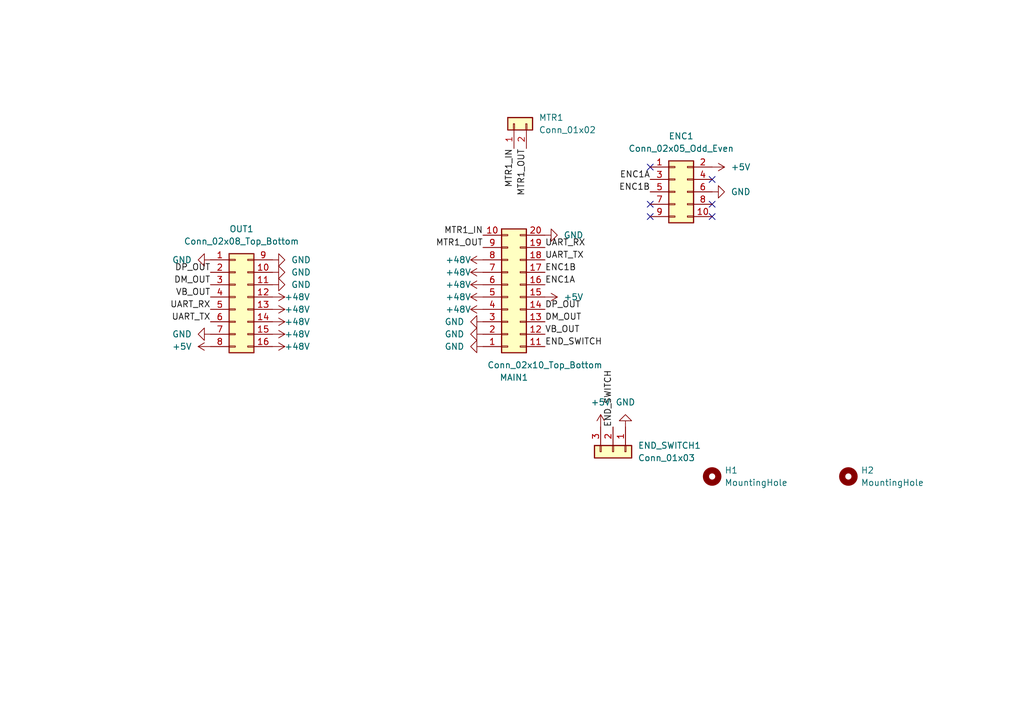
<source format=kicad_sch>
(kicad_sch (version 20230121) (generator eeschema)
  (paper "A5")
  (title_block (title "Bogie PCB") (rev "Mk1.2"))
  (lib_symbols
    (symbol "Connector_Generic:Conn_01x02" (pin_names (offset 1.016) hide)
      (property "Reference" "J" (at 0 2.54 0))
      (property "Value" "Conn_01x02" (at 0 -5.08 0))
      (symbol "Conn_01x02_1_1"
        (rectangle (start -1.27 -2.413) (end 0 -2.667) (stroke (width 0.1524)))
        (rectangle (start -1.27 0.127) (end 0 -0.127) (stroke (width 0.1524)))
        (rectangle (start -1.27 1.27) (end 1.27 -3.81) (stroke (width 0.254)) (fill (type background)))
        (pin passive line (at -5.08 0 0) (length 3.81) (name "Pin_1") (number "1"))
        (pin passive line (at -5.08 -2.54 0) (length 3.81) (name "Pin_2") (number "2"))
      )
    )
    (symbol "Connector_Generic:Conn_01x03" (pin_names (offset 1.016) hide)
      (property "Reference" "J" (at 0 5.08 0))
      (property "Value" "Conn_01x03" (at 0 -5.08 0))
      (symbol "Conn_01x03_1_1"
        (rectangle (start -1.27 -2.413) (end 0 -2.667) (stroke (width 0.1524)))
        (rectangle (start -1.27 0.127) (end 0 -0.127) (stroke (width 0.1524)))
        (rectangle (start -1.27 2.667) (end 0 2.413) (stroke (width 0.1524)))
        (rectangle (start -1.27 3.81) (end 1.27 -3.81) (stroke (width 0.254)) (fill (type background)))
        (pin passive line (at -5.08 2.54 0) (length 3.81) (name "Pin_1") (number "1"))
        (pin passive line (at -5.08 0 0) (length 3.81) (name "Pin_2") (number "2"))
        (pin passive line (at -5.08 -2.54 0) (length 3.81) (name "Pin_3") (number "3"))
      )
    )
    (symbol "Connector_Generic:Conn_02x05_Odd_Even" (pin_names (offset 1.016) hide)
      (property "Reference" "J" (at 1.27 7.62 0))
      (property "Value" "Conn_02x05_Odd_Even" (at 1.27 -7.62 0))
      (symbol "Conn_02x05_Odd_Even_1_1"
        (rectangle (start -1.27 -4.953) (end 0 -5.207) (stroke (width 0.1524)))
        (rectangle (start -1.27 -2.413) (end 0 -2.667) (stroke (width 0.1524)))
        (rectangle (start -1.27 0.127) (end 0 -0.127) (stroke (width 0.1524)))
        (rectangle (start -1.27 2.667) (end 0 2.413) (stroke (width 0.1524)))
        (rectangle (start -1.27 5.207) (end 0 4.953) (stroke (width 0.1524)))
        (rectangle (start -1.27 6.35) (end 3.81 -6.35) (stroke (width 0.254)) (fill (type background)))
        (rectangle (start 3.81 -4.953) (end 2.54 -5.207) (stroke (width 0.1524)))
        (rectangle (start 3.81 -2.413) (end 2.54 -2.667) (stroke (width 0.1524)))
        (rectangle (start 3.81 0.127) (end 2.54 -0.127) (stroke (width 0.1524)))
        (rectangle (start 3.81 2.667) (end 2.54 2.413) (stroke (width 0.1524)))
        (rectangle (start 3.81 5.207) (end 2.54 4.953) (stroke (width 0.1524)))
        (pin passive line (at -5.08 5.08 0) (length 3.81) (name "Pin_1") (number "1"))
        (pin passive line (at 7.62 -5.08 180) (length 3.81) (name "Pin_10") (number "10"))
        (pin passive line (at 7.62 5.08 180) (length 3.81) (name "Pin_2") (number "2"))
        (pin passive line (at -5.08 2.54 0) (length 3.81) (name "Pin_3") (number "3"))
        (pin passive line (at 7.62 2.54 180) (length 3.81) (name "Pin_4") (number "4"))
        (pin passive line (at -5.08 0 0) (length 3.81) (name "Pin_5") (number "5"))
        (pin passive line (at 7.62 0 180) (length 3.81) (name "Pin_6") (number "6"))
        (pin passive line (at -5.08 -2.54 0) (length 3.81) (name "Pin_7") (number "7"))
        (pin passive line (at 7.62 -2.54 180) (length 3.81) (name "Pin_8") (number "8"))
        (pin passive line (at -5.08 -5.08 0) (length 3.81) (name "Pin_9") (number "9"))
      )
    )
    (symbol "Connector_Generic:Conn_02x08_Top_Bottom" (pin_names (offset 1.016) hide)
      (property "Reference" "J" (at 1.27 10.16 0))
      (property "Value" "Conn_02x08_Top_Bottom" (at 1.27 -12.7 0))
      (symbol "Conn_02x08_Top_Bottom_1_1"
        (rectangle (start -1.27 -10.033) (end 0 -10.287) (stroke (width 0.1524)))
        (rectangle (start -1.27 -7.493) (end 0 -7.747) (stroke (width 0.1524)))
        (rectangle (start -1.27 -4.953) (end 0 -5.207) (stroke (width 0.1524)))
        (rectangle (start -1.27 -2.413) (end 0 -2.667) (stroke (width 0.1524)))
        (rectangle (start -1.27 0.127) (end 0 -0.127) (stroke (width 0.1524)))
        (rectangle (start -1.27 2.667) (end 0 2.413) (stroke (width 0.1524)))
        (rectangle (start -1.27 5.207) (end 0 4.953) (stroke (width 0.1524)))
        (rectangle (start -1.27 7.747) (end 0 7.493) (stroke (width 0.1524)))
        (rectangle (start -1.27 8.89) (end 3.81 -11.43) (stroke (width 0.254)) (fill (type background)))
        (rectangle (start 3.81 -10.033) (end 2.54 -10.287) (stroke (width 0.1524)))
        (rectangle (start 3.81 -7.493) (end 2.54 -7.747) (stroke (width 0.1524)))
        (rectangle (start 3.81 -4.953) (end 2.54 -5.207) (stroke (width 0.1524)))
        (rectangle (start 3.81 -2.413) (end 2.54 -2.667) (stroke (width 0.1524)))
        (rectangle (start 3.81 0.127) (end 2.54 -0.127) (stroke (width 0.1524)))
        (rectangle (start 3.81 2.667) (end 2.54 2.413) (stroke (width 0.1524)))
        (rectangle (start 3.81 5.207) (end 2.54 4.953) (stroke (width 0.1524)))
        (rectangle (start 3.81 7.747) (end 2.54 7.493) (stroke (width 0.1524)))
        (pin passive line (at -5.08 7.62 0) (length 3.81) (name "Pin_1") (number "1"))
        (pin passive line (at 7.62 5.08 180) (length 3.81) (name "Pin_10") (number "10"))
        (pin passive line (at 7.62 2.54 180) (length 3.81) (name "Pin_11") (number "11"))
        (pin passive line (at 7.62 0 180) (length 3.81) (name "Pin_12") (number "12"))
        (pin passive line (at 7.62 -2.54 180) (length 3.81) (name "Pin_13") (number "13"))
        (pin passive line (at 7.62 -5.08 180) (length 3.81) (name "Pin_14") (number "14"))
        (pin passive line (at 7.62 -7.62 180) (length 3.81) (name "Pin_15") (number "15"))
        (pin passive line (at 7.62 -10.16 180) (length 3.81) (name "Pin_16") (number "16"))
        (pin passive line (at -5.08 5.08 0) (length 3.81) (name "Pin_2") (number "2"))
        (pin passive line (at -5.08 2.54 0) (length 3.81) (name "Pin_3") (number "3"))
        (pin passive line (at -5.08 0 0) (length 3.81) (name "Pin_4") (number "4"))
        (pin passive line (at -5.08 -2.54 0) (length 3.81) (name "Pin_5") (number "5"))
        (pin passive line (at -5.08 -5.08 0) (length 3.81) (name "Pin_6") (number "6"))
        (pin passive line (at -5.08 -7.62 0) (length 3.81) (name "Pin_7") (number "7"))
        (pin passive line (at -5.08 -10.16 0) (length 3.81) (name "Pin_8") (number "8"))
        (pin passive line (at 7.62 7.62 180) (length 3.81) (name "Pin_9") (number "9"))
      )
    )
    (symbol "Connector_Generic:Conn_02x10_Top_Bottom" (pin_names (offset 1.016) hide)
      (property "Reference" "J" (at 1.27 12.7 0))
      (property "Value" "Conn_02x10_Top_Bottom" (at 1.27 -15.24 0))
      (symbol "Conn_02x10_Top_Bottom_1_1"
        (rectangle (start -1.27 -12.573) (end 0 -12.827) (stroke (width 0.1524)))
        (rectangle (start -1.27 -10.033) (end 0 -10.287) (stroke (width 0.1524)))
        (rectangle (start -1.27 -7.493) (end 0 -7.747) (stroke (width 0.1524)))
        (rectangle (start -1.27 -4.953) (end 0 -5.207) (stroke (width 0.1524)))
        (rectangle (start -1.27 -2.413) (end 0 -2.667) (stroke (width 0.1524)))
        (rectangle (start -1.27 0.127) (end 0 -0.127) (stroke (width 0.1524)))
        (rectangle (start -1.27 2.667) (end 0 2.413) (stroke (width 0.1524)))
        (rectangle (start -1.27 5.207) (end 0 4.953) (stroke (width 0.1524)))
        (rectangle (start -1.27 7.747) (end 0 7.493) (stroke (width 0.1524)))
        (rectangle (start -1.27 10.287) (end 0 10.033) (stroke (width 0.1524)))
        (rectangle (start -1.27 11.43) (end 3.81 -13.97) (stroke (width 0.254)) (fill (type background)))
        (rectangle (start 3.81 -12.573) (end 2.54 -12.827) (stroke (width 0.1524)))
        (rectangle (start 3.81 -10.033) (end 2.54 -10.287) (stroke (width 0.1524)))
        (rectangle (start 3.81 -7.493) (end 2.54 -7.747) (stroke (width 0.1524)))
        (rectangle (start 3.81 -4.953) (end 2.54 -5.207) (stroke (width 0.1524)))
        (rectangle (start 3.81 -2.413) (end 2.54 -2.667) (stroke (width 0.1524)))
        (rectangle (start 3.81 0.127) (end 2.54 -0.127) (stroke (width 0.1524)))
        (rectangle (start 3.81 2.667) (end 2.54 2.413) (stroke (width 0.1524)))
        (rectangle (start 3.81 5.207) (end 2.54 4.953) (stroke (width 0.1524)))
        (rectangle (start 3.81 7.747) (end 2.54 7.493) (stroke (width 0.1524)))
        (rectangle (start 3.81 10.287) (end 2.54 10.033) (stroke (width 0.1524)))
        (pin passive line (at -5.08 10.16 0) (length 3.81) (name "Pin_1") (number "1"))
        (pin passive line (at -5.08 -12.7 0) (length 3.81) (name "Pin_10") (number "10"))
        (pin passive line (at 7.62 10.16 180) (length 3.81) (name "Pin_11") (number "11"))
        (pin passive line (at 7.62 7.62 180) (length 3.81) (name "Pin_12") (number "12"))
        (pin passive line (at 7.62 5.08 180) (length 3.81) (name "Pin_13") (number "13"))
        (pin passive line (at 7.62 2.54 180) (length 3.81) (name "Pin_14") (number "14"))
        (pin passive line (at 7.62 0 180) (length 3.81) (name "Pin_15") (number "15"))
        (pin passive line (at 7.62 -2.54 180) (length 3.81) (name "Pin_16") (number "16"))
        (pin passive line (at 7.62 -5.08 180) (length 3.81) (name "Pin_17") (number "17"))
        (pin passive line (at 7.62 -7.62 180) (length 3.81) (name "Pin_18") (number "18"))
        (pin passive line (at 7.62 -10.16 180) (length 3.81) (name "Pin_19") (number "19"))
        (pin passive line (at -5.08 7.62 0) (length 3.81) (name "Pin_2") (number "2"))
        (pin passive line (at 7.62 -12.7 180) (length 3.81) (name "Pin_20") (number "20"))
        (pin passive line (at -5.08 5.08 0) (length 3.81) (name "Pin_3") (number "3"))
        (pin passive line (at -5.08 2.54 0) (length 3.81) (name "Pin_4") (number "4"))
        (pin passive line (at -5.08 0 0) (length 3.81) (name "Pin_5") (number "5"))
        (pin passive line (at -5.08 -2.54 0) (length 3.81) (name "Pin_6") (number "6"))
        (pin passive line (at -5.08 -5.08 0) (length 3.81) (name "Pin_7") (number "7"))
        (pin passive line (at -5.08 -7.62 0) (length 3.81) (name "Pin_8") (number "8"))
        (pin passive line (at -5.08 -10.16 0) (length 3.81) (name "Pin_9") (number "9"))
      )
    )
    (symbol "Mechanical:MountingHole" (pin_names (offset 1.016))
      (property "Reference" "H" (at 0 5.08 0))
      (property "Value" "MountingHole" (at 0 3.175 0))
      (symbol "MountingHole_0_1"
        (circle (center 0 0) (radius 1.27) (stroke (width 1.27)))
      )
    )
    (symbol "power:+48V" (power) (pin_names (offset 0))
      (property "Value" "+48V" (at 0 3.556 0))
      (symbol "+48V_0_1"
        (polyline (pts (xy -0.762 1.27) (xy 0 2.54)))
        (polyline (pts (xy 0 0) (xy 0 2.54)))
        (polyline (pts (xy 0 2.54) (xy 0.762 1.27)))
      )
      (symbol "+48V_1_1"
        (pin power_in line (at 0 0 90) (length 0) hide (name "+48V") (number "1"))
      )
    )
    (symbol "power:+5V" (power) (pin_names (offset 0))
      (property "Value" "+5V" (at 0 3.556 0))
      (symbol "+5V_0_1"
        (polyline (pts (xy -0.762 1.27) (xy 0 2.54)))
        (polyline (pts (xy 0 0) (xy 0 2.54)))
        (polyline (pts (xy 0 2.54) (xy 0.762 1.27)))
      )
      (symbol "+5V_1_1"
        (pin power_in line (at 0 0 90) (length 0) hide (name "+5V") (number "1"))
      )
    )
    (symbol "power:GND" (power) (pin_names (offset 0))
      (property "Value" "GND" (at 0 -3.81 0))
      (symbol "GND_0_1"
        (polyline (pts (xy 0 0) (xy 0 -1.27) (xy 1.27 -1.27) (xy 0 -2.54) (xy -1.27 -1.27) (xy 0 -1.27)))
      )
      (symbol "GND_1_1"
        (pin power_in line (at 0 0 270) (length 0) hide (name "GND") (number "1"))
      )
    )
  )
  (no_connect (at 146.05 41.91))
  (no_connect (at 133.35 44.45))
  (no_connect (at 133.35 34.29))
  (no_connect (at 146.05 36.83))
  (no_connect (at 133.35 41.91))
  (no_connect (at 146.05 44.45))
  (label "ENC1B" (at 111.76 55.88 0))
  (label "END_SWITCH" (at 125.73 87.63 90))
  (label "DM_OUT" (at 43.18 58.42 180))
  (label "END_SWITCH" (at 111.76 71.12 0))
  (label "VB_OUT" (at 43.18 60.96 180))
  (label "UART_TX" (at 43.18 66.04 180))
  (label "MTR1_IN" (at 99.06 48.26 180))
  (label "DM_OUT" (at 111.76 66.04 0))
  (label "UART_RX" (at 43.18 63.5 180))
  (label "DP_OUT" (at 43.18 55.88 180))
  (label "MTR1_OUT" (at 107.95 30.48 270))
  (label "UART_RX" (at 111.76 50.8 0))
  (label "UART_TX" (at 111.76 53.34 0))
  (label "MTR1_OUT" (at 99.06 50.8 180))
  (label "ENC1A" (at 111.76 58.42 0))
  (label "ENC1B" (at 133.35 39.37 180))
  (label "DP_OUT" (at 111.76 63.5 0))
  (label "ENC1A" (at 133.35 36.83 180))
  (label "VB_OUT" (at 111.76 68.58 0))
  (label "MTR1_IN" (at 105.41 30.48 270))
  (symbol (lib_id "power:GND") (at 99.06 71.12 270) (unit 1)
    (property "Reference" "#PWR02" (effects hide))
    (property "Value" "GND" (at 95.25 71.12 90) (effects (justify right)))
  )
  (symbol (lib_id "power:+48V") (at 99.06 53.34 90) (unit 1)
    (property "Reference" "#PWR06" (effects hide))
    (property "Value" "+48V" (at 93.98 53.34 90))
  )
  (symbol (lib_id "power:GND") (at 55.88 55.88 90) (mirror x) (unit 1)
    (property "Reference" "#PWR017" (effects hide))
    (property "Value" "GND" (at 59.69 55.88 90) (effects (justify right)))
  )
  (symbol (lib_id "Mechanical:MountingHole") (at 146.05 97.79 0) (unit 1)
    (property "Reference" "H1" (at 148.59 96.52 0) (effects (justify left)))
    (property "Value" "MountingHole" (at 148.59 99.06 0) (effects (justify left)))
    (property "Footprint" "MountingHole:MountingHole_3.7mm" (effects hide))
  )
  (symbol (lib_id "Connector_Generic:Conn_01x03") (at 125.73 92.71 270) (unit 1)
    (property "Reference" "END_SWITCH1" (at 130.81 91.44 90) (effects (justify left)))
    (property "Value" "Conn_01x03" (at 130.81 93.98 90) (effects (justify left)))
    (property "Footprint" "Connector_PinHeader_2.54mm:PinHeader_1x03_P2.54mm_Vertical" (effects hide))
  )
  (symbol (lib_id "Connector_Generic:Conn_01x02") (at 105.41 25.4 90) (unit 1)
    (property "Reference" "MTR1" (at 110.49 24.13 90) (effects (justify right)))
    (property "Value" "Conn_01x02" (at 110.49 26.67 90) (effects (justify right)))
    (property "Footprint" "70543-0001:70543-0001_MOL" (effects hide))
  )
  (symbol (lib_id "power:+5V") (at 146.05 34.29 270) (unit 1)
    (property "Reference" "#PWR022" (effects hide))
    (property "Value" "+5V" (at 149.86 34.29 90) (effects (justify left)))
  )
  (symbol (lib_id "power:+48V") (at 99.06 58.42 90) (unit 1)
    (property "Reference" "#PWR08" (effects hide))
    (property "Value" "+48V" (at 93.98 58.42 90))
  )
  (symbol (lib_id "power:GND") (at 146.05 39.37 90) (unit 1)
    (property "Reference" "#PWR023" (effects hide))
    (property "Value" "GND" (at 149.86 39.37 90) (effects (justify right)))
  )
  (symbol (lib_id "power:GND") (at 99.06 68.58 270) (unit 1)
    (property "Reference" "#PWR03" (effects hide))
    (property "Value" "GND" (at 95.25 68.58 90) (effects (justify right)))
  )
  (symbol (lib_id "power:+5V") (at 123.19 87.63 0) (unit 1)
    (property "Reference" "#PWR024" (effects hide))
    (property "Value" "+5V" (at 123.19 82.55 0))
  )
  (symbol (lib_id "power:GND") (at 99.06 66.04 270) (unit 1)
    (property "Reference" "#PWR04" (effects hide))
    (property "Value" "GND" (at 95.25 66.04 90) (effects (justify right)))
  )
  (symbol (lib_id "power:+5V") (at 43.18 71.12 90) (unit 1)
    (property "Reference" "#PWR020" (effects hide))
    (property "Value" "+5V" (at 39.37 71.12 90) (effects (justify left)))
  )
  (symbol (lib_id "power:+48V") (at 55.88 71.12 270) (mirror x) (unit 1)
    (property "Reference" "#PWR015" (effects hide))
    (property "Value" "+48V" (at 60.96 71.12 90))
  )
  (symbol (lib_id "power:GND") (at 43.18 53.34 270) (unit 1)
    (property "Reference" "#PWR019" (effects hide))
    (property "Value" "GND" (at 39.37 53.34 90) (effects (justify right)))
  )
  (symbol (lib_id "power:GND") (at 55.88 58.42 90) (mirror x) (unit 1)
    (property "Reference" "#PWR018" (effects hide))
    (property "Value" "GND" (at 59.69 58.42 90) (effects (justify right)))
  )
  (symbol (lib_id "power:+48V") (at 99.06 55.88 90) (unit 1)
    (property "Reference" "#PWR07" (effects hide))
    (property "Value" "+48V" (at 93.98 55.88 90))
  )
  (symbol (lib_id "Connector_Generic:Conn_02x08_Top_Bottom") (at 48.26 60.96 0) (unit 1)
    (property "Reference" "OUT1" (at 49.53 46.99 0))
    (property "Value" "Conn_02x08_Top_Bottom" (at 49.53 49.53 0))
    (property "Footprint" "2-1761603-6:2-1761603-6_TYC" (effects hide))
  )
  (symbol (lib_id "power:+48V") (at 55.88 63.5 270) (mirror x) (unit 1)
    (property "Reference" "#PWR012" (effects hide))
    (property "Value" "+48V" (at 60.96 63.5 90))
  )
  (symbol (lib_id "power:+48V") (at 55.88 60.96 270) (mirror x) (unit 1)
    (property "Reference" "#PWR011" (effects hide))
    (property "Value" "+48V" (at 60.96 60.96 90))
  )
  (symbol (lib_id "power:GND") (at 55.88 53.34 90) (mirror x) (unit 1)
    (property "Reference" "#PWR016" (effects hide))
    (property "Value" "GND" (at 59.69 53.34 90) (effects (justify right)))
  )
  (symbol (lib_id "power:+48V") (at 55.88 68.58 270) (mirror x) (unit 1)
    (property "Reference" "#PWR014" (effects hide))
    (property "Value" "+48V" (at 60.96 68.58 90))
  )
  (symbol (lib_id "Connector_Generic:Conn_02x10_Top_Bottom") (at 104.14 60.96 0) (mirror x) (unit 1)
    (property "Reference" "MAIN1" (at 105.41 77.47 0))
    (property "Value" "Conn_02x10_Top_Bottom" (at 111.76 74.93 0))
    (property "Footprint" "1761681-7:1761681-7_TYC" (effects hide))
  )
  (symbol (lib_id "Connector_Generic:Conn_02x05_Odd_Even") (at 138.43 39.37 0) (unit 1)
    (property "Reference" "ENC1" (at 139.7 27.94 0))
    (property "Value" "Conn_02x05_Odd_Even" (at 139.7 30.48 0))
    (property "Footprint" "Connector_PinHeader_2.54mm:PinHeader_2x05_P2.54mm_Vertical" (effects hide))
  )
  (symbol (lib_id "power:GND") (at 128.27 87.63 180) (unit 1)
    (property "Reference" "#PWR025" (effects hide))
    (property "Value" "GND" (at 128.27 82.55 0))
  )
  (symbol (lib_id "power:GND") (at 43.18 68.58 270) (unit 1)
    (property "Reference" "#PWR021" (effects hide))
    (property "Value" "GND" (at 39.37 68.58 90) (effects (justify right)))
  )
  (symbol (lib_id "power:+48V") (at 99.06 60.96 90) (unit 1)
    (property "Reference" "#PWR09" (effects hide))
    (property "Value" "+48V" (at 93.98 60.96 90))
  )
  (symbol (lib_id "Mechanical:MountingHole") (at 173.99 97.79 0) (unit 1)
    (property "Reference" "H2" (at 176.53 96.52 0) (effects (justify left)))
    (property "Value" "MountingHole" (at 176.53 99.06 0) (effects (justify left)))
    (property "Footprint" "MountingHole:MountingHole_3.7mm" (effects hide))
  )
  (symbol (lib_id "power:+5V") (at 111.76 60.96 270) (unit 1)
    (property "Reference" "#PWR05" (effects hide))
    (property "Value" "+5V" (at 115.57 60.96 90) (effects (justify left)))
  )
  (symbol (lib_id "power:GND") (at 111.76 48.26 90) (unit 1)
    (property "Reference" "#PWR01" (effects hide))
    (property "Value" "GND" (at 115.57 48.26 90) (effects (justify right)))
  )
  (symbol (lib_id "power:+48V") (at 55.88 66.04 270) (mirror x) (unit 1)
    (property "Reference" "#PWR013" (effects hide))
    (property "Value" "+48V" (at 60.96 66.04 90))
  )
  (symbol (lib_id "power:+48V") (at 99.06 63.5 90) (unit 1)
    (property "Reference" "#PWR010" (effects hide))
    (property "Value" "+48V" (at 93.98 63.5 90))
  )
)
</source>
